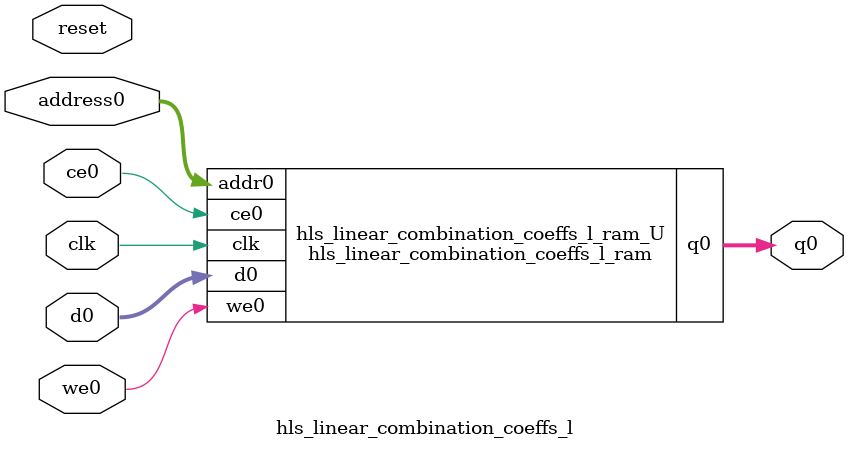
<source format=v>
`timescale 1 ns / 1 ps
module hls_linear_combination_coeffs_l_ram (addr0, ce0, d0, we0, q0,  clk);

parameter DWIDTH = 8;
parameter AWIDTH = 6;
parameter MEM_SIZE = 60;

input[AWIDTH-1:0] addr0;
input ce0;
input[DWIDTH-1:0] d0;
input we0;
output reg[DWIDTH-1:0] q0;
input clk;

reg [DWIDTH-1:0] ram[0:MEM_SIZE-1];




always @(posedge clk)  
begin 
    if (ce0) begin
        if (we0) 
            ram[addr0] <= d0; 
        q0 <= ram[addr0];
    end
end


endmodule

`timescale 1 ns / 1 ps
module hls_linear_combination_coeffs_l(
    reset,
    clk,
    address0,
    ce0,
    we0,
    d0,
    q0);

parameter DataWidth = 32'd8;
parameter AddressRange = 32'd60;
parameter AddressWidth = 32'd6;
input reset;
input clk;
input[AddressWidth - 1:0] address0;
input ce0;
input we0;
input[DataWidth - 1:0] d0;
output[DataWidth - 1:0] q0;



hls_linear_combination_coeffs_l_ram hls_linear_combination_coeffs_l_ram_U(
    .clk( clk ),
    .addr0( address0 ),
    .ce0( ce0 ),
    .we0( we0 ),
    .d0( d0 ),
    .q0( q0 ));

endmodule


</source>
